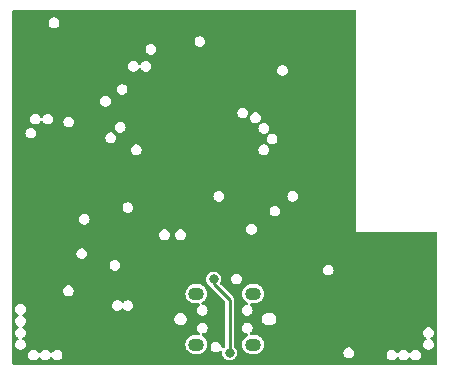
<source format=gbr>
%TF.GenerationSoftware,KiCad,Pcbnew,7.0.7*%
%TF.CreationDate,2023-11-09T15:37:00-05:00*%
%TF.ProjectId,Occupancy_Sensor-A,4f636375-7061-46e6-9379-5f53656e736f,rev?*%
%TF.SameCoordinates,Original*%
%TF.FileFunction,Copper,L2,Inr*%
%TF.FilePolarity,Positive*%
%FSLAX46Y46*%
G04 Gerber Fmt 4.6, Leading zero omitted, Abs format (unit mm)*
G04 Created by KiCad (PCBNEW 7.0.7) date 2023-11-09 15:37:00*
%MOMM*%
%LPD*%
G01*
G04 APERTURE LIST*
%TA.AperFunction,ComponentPad*%
%ADD10O,1.350000X1.100000*%
%TD*%
%TA.AperFunction,ViaPad*%
%ADD11C,0.800000*%
%TD*%
%TA.AperFunction,Conductor*%
%ADD12C,0.250000*%
%TD*%
G04 APERTURE END LIST*
D10*
%TO.N,unconnected-(J4-SHIELD-PadS1)*%
%TO.C,J4*%
X145600000Y-124000000D03*
X145600000Y-128300000D03*
X150400000Y-124000000D03*
X150400000Y-128300000D03*
%TD*%
D11*
%TO.N,GND*%
X165000000Y-119400000D03*
X161800000Y-119400000D03*
X150600000Y-122200000D03*
%TO.N,Net-(U3-D+_in)*%
X148400000Y-129000000D03*
X147049598Y-122775000D03*
%TO.N,GND*%
X153000000Y-112300000D03*
X154900000Y-104300000D03*
X156700000Y-101500000D03*
X158700000Y-111400000D03*
X133700000Y-120200000D03*
X134250000Y-116300000D03*
X153400000Y-119000000D03*
X134800000Y-107900000D03*
X144500000Y-120250000D03*
X131550000Y-111800000D03*
X155750000Y-119500000D03*
X141000000Y-115600000D03*
X152700000Y-101000000D03*
X133800000Y-110850000D03*
X159200000Y-119400000D03*
X155700000Y-114900000D03*
X158700000Y-109400000D03*
X138700000Y-103800000D03*
X165000000Y-121100000D03*
X159200000Y-121100000D03*
X133600000Y-104200000D03*
X154800000Y-108600000D03*
X143750000Y-123750000D03*
X150250000Y-117000000D03*
X137950000Y-117900000D03*
X158700000Y-107400000D03*
X153800000Y-113700000D03*
X133600000Y-102900000D03*
X158700000Y-101500000D03*
X155700000Y-111800000D03*
X141600000Y-122000000D03*
X144000000Y-108500000D03*
X154000000Y-122750000D03*
X156600000Y-109400000D03*
X155750000Y-117750000D03*
X158700000Y-105400000D03*
X156400000Y-105400000D03*
X158700000Y-113400000D03*
X152750000Y-109750000D03*
X158700000Y-115400000D03*
X157500000Y-123000000D03*
X165000000Y-124100000D03*
X145000000Y-108500000D03*
X146000000Y-108500000D03*
X132300000Y-122000000D03*
X161750000Y-125900000D03*
X149200000Y-104000000D03*
%TD*%
D12*
%TO.N,Net-(U3-D+_in)*%
X148400000Y-124500000D02*
X148400000Y-129000000D01*
X147049598Y-123149598D02*
X148400000Y-124500000D01*
X147049598Y-122775000D02*
X147049598Y-123149598D01*
%TD*%
%TA.AperFunction,Conductor*%
%TO.N,GND*%
G36*
X159093039Y-100020185D02*
G01*
X159138794Y-100072989D01*
X159150000Y-100124500D01*
X159150000Y-118750000D01*
X165875500Y-118750000D01*
X165942539Y-118769685D01*
X165988294Y-118822489D01*
X165999500Y-118874000D01*
X165999500Y-129875500D01*
X165979815Y-129942539D01*
X165927011Y-129988294D01*
X165875500Y-129999500D01*
X130124500Y-129999500D01*
X130057461Y-129979815D01*
X130011706Y-129927011D01*
X130000500Y-129875500D01*
X130000500Y-129200000D01*
X131344867Y-129200000D01*
X131363302Y-129328225D01*
X131402477Y-129414004D01*
X131417118Y-129446063D01*
X131501951Y-129543967D01*
X131610931Y-129614004D01*
X131735225Y-129650499D01*
X131735227Y-129650500D01*
X131735228Y-129650500D01*
X131864773Y-129650500D01*
X131864773Y-129650499D01*
X131989069Y-129614004D01*
X132098049Y-129543967D01*
X132182882Y-129446063D01*
X132187204Y-129436598D01*
X132232955Y-129383795D01*
X132299993Y-129364107D01*
X132367034Y-129383789D01*
X132412791Y-129436590D01*
X132417116Y-129446060D01*
X132417117Y-129446061D01*
X132417118Y-129446063D01*
X132501951Y-129543967D01*
X132610931Y-129614004D01*
X132735225Y-129650499D01*
X132735227Y-129650500D01*
X132735228Y-129650500D01*
X132864773Y-129650500D01*
X132864773Y-129650499D01*
X132989069Y-129614004D01*
X133098049Y-129543967D01*
X133182882Y-129446063D01*
X133187205Y-129436595D01*
X133232961Y-129383791D01*
X133300000Y-129364107D01*
X133367040Y-129383792D01*
X133412794Y-129436595D01*
X133417118Y-129446063D01*
X133501951Y-129543967D01*
X133610931Y-129614004D01*
X133735225Y-129650499D01*
X133735227Y-129650500D01*
X133735228Y-129650500D01*
X133864773Y-129650500D01*
X133864773Y-129650499D01*
X133989069Y-129614004D01*
X134098049Y-129543967D01*
X134182882Y-129446063D01*
X134236697Y-129328226D01*
X134255133Y-129200000D01*
X134236697Y-129071774D01*
X134182882Y-128953937D01*
X134098049Y-128856033D01*
X133989069Y-128785996D01*
X133989065Y-128785994D01*
X133989064Y-128785994D01*
X133864774Y-128749500D01*
X133864772Y-128749500D01*
X133735228Y-128749500D01*
X133735226Y-128749500D01*
X133610935Y-128785994D01*
X133610932Y-128785995D01*
X133610931Y-128785996D01*
X133585621Y-128802262D01*
X133501950Y-128856033D01*
X133417118Y-128953937D01*
X133417116Y-128953940D01*
X133412793Y-128963406D01*
X133367037Y-129016209D01*
X133299997Y-129035892D01*
X133232958Y-129016206D01*
X133187207Y-128963406D01*
X133184531Y-128957548D01*
X133182882Y-128953937D01*
X133098049Y-128856033D01*
X132989069Y-128785996D01*
X132989065Y-128785994D01*
X132989064Y-128785994D01*
X132864774Y-128749500D01*
X132864772Y-128749500D01*
X132735228Y-128749500D01*
X132735226Y-128749500D01*
X132610935Y-128785994D01*
X132610932Y-128785995D01*
X132610931Y-128785996D01*
X132585621Y-128802262D01*
X132501950Y-128856033D01*
X132417118Y-128953937D01*
X132417116Y-128953940D01*
X132412793Y-128963406D01*
X132367037Y-129016209D01*
X132299997Y-129035892D01*
X132232958Y-129016206D01*
X132187207Y-128963406D01*
X132184531Y-128957548D01*
X132182882Y-128953937D01*
X132098049Y-128856033D01*
X131989069Y-128785996D01*
X131989065Y-128785994D01*
X131989064Y-128785994D01*
X131864774Y-128749500D01*
X131864772Y-128749500D01*
X131735228Y-128749500D01*
X131735226Y-128749500D01*
X131610935Y-128785994D01*
X131610932Y-128785995D01*
X131610931Y-128785996D01*
X131585621Y-128802262D01*
X131501950Y-128856033D01*
X131417118Y-128953937D01*
X131417117Y-128953938D01*
X131363302Y-129071774D01*
X131344867Y-129200000D01*
X130000500Y-129200000D01*
X130000500Y-128334137D01*
X130010042Y-128301640D01*
X130007514Y-128296104D01*
X130241486Y-128296104D01*
X130243477Y-128299202D01*
X130247238Y-128316490D01*
X130263302Y-128428225D01*
X130296361Y-128500612D01*
X130317118Y-128546063D01*
X130401951Y-128643967D01*
X130510931Y-128714004D01*
X130635225Y-128750499D01*
X130635227Y-128750500D01*
X130635228Y-128750500D01*
X130764773Y-128750500D01*
X130764773Y-128750499D01*
X130889069Y-128714004D01*
X130998049Y-128643967D01*
X131082882Y-128546063D01*
X131136697Y-128428226D01*
X131155133Y-128300003D01*
X144669435Y-128300003D01*
X144689630Y-128479249D01*
X144689631Y-128479254D01*
X144749211Y-128649523D01*
X144809871Y-128746062D01*
X144845184Y-128802262D01*
X144972738Y-128929816D01*
X145011128Y-128953938D01*
X145110231Y-129016209D01*
X145125478Y-129025789D01*
X145154351Y-129035892D01*
X145295745Y-129085368D01*
X145295750Y-129085369D01*
X145386246Y-129095565D01*
X145430040Y-129100499D01*
X145430043Y-129100500D01*
X145430046Y-129100500D01*
X145769957Y-129100500D01*
X145769958Y-129100499D01*
X145837104Y-129092934D01*
X145904249Y-129085369D01*
X145904252Y-129085368D01*
X145904255Y-129085368D01*
X146074522Y-129025789D01*
X146227262Y-128929816D01*
X146354816Y-128802262D01*
X146450789Y-128649522D01*
X146510368Y-128479255D01*
X146510866Y-128474835D01*
X146530565Y-128300003D01*
X146530565Y-128299996D01*
X146510369Y-128120750D01*
X146510368Y-128120745D01*
X146485438Y-128049500D01*
X146450789Y-127950478D01*
X146421783Y-127904316D01*
X146387340Y-127849500D01*
X146354816Y-127797738D01*
X146227262Y-127670184D01*
X146082930Y-127579494D01*
X146036639Y-127527159D01*
X146025991Y-127458105D01*
X146054366Y-127394257D01*
X146112756Y-127355885D01*
X146148902Y-127350500D01*
X146164773Y-127350500D01*
X146164773Y-127350499D01*
X146289069Y-127314004D01*
X146398049Y-127243967D01*
X146482882Y-127146063D01*
X146536697Y-127028226D01*
X146555133Y-126900000D01*
X146536697Y-126771774D01*
X146482882Y-126653937D01*
X146398049Y-126556033D01*
X146289069Y-126485996D01*
X146289065Y-126485994D01*
X146289064Y-126485994D01*
X146164774Y-126449500D01*
X146164772Y-126449500D01*
X146035228Y-126449500D01*
X146035226Y-126449500D01*
X145910935Y-126485994D01*
X145910932Y-126485995D01*
X145910931Y-126485996D01*
X145859677Y-126518934D01*
X145801950Y-126556033D01*
X145717118Y-126653937D01*
X145717117Y-126653938D01*
X145663302Y-126771774D01*
X145644867Y-126900000D01*
X145663302Y-127028225D01*
X145675045Y-127053937D01*
X145717118Y-127146063D01*
X145801951Y-127243967D01*
X145844668Y-127271420D01*
X145890423Y-127324223D01*
X145900367Y-127393381D01*
X145871342Y-127456937D01*
X145812565Y-127494712D01*
X145773433Y-127499225D01*
X145773433Y-127499500D01*
X145771050Y-127499500D01*
X145770695Y-127499541D01*
X145769963Y-127499500D01*
X145769954Y-127499500D01*
X145430046Y-127499500D01*
X145430039Y-127499500D01*
X145295750Y-127514630D01*
X145295745Y-127514631D01*
X145125476Y-127574211D01*
X144972737Y-127670184D01*
X144845184Y-127797737D01*
X144749211Y-127950476D01*
X144689631Y-128120745D01*
X144689630Y-128120750D01*
X144669435Y-128299996D01*
X144669435Y-128300003D01*
X131155133Y-128300003D01*
X131155133Y-128300000D01*
X131136697Y-128171774D01*
X131082882Y-128053937D01*
X130998049Y-127956033D01*
X130917572Y-127904313D01*
X130871819Y-127851512D01*
X130861875Y-127782354D01*
X130890899Y-127718798D01*
X130917569Y-127695687D01*
X130998049Y-127643967D01*
X131082882Y-127546063D01*
X131136697Y-127428226D01*
X131155133Y-127300000D01*
X131136697Y-127171774D01*
X131082882Y-127053937D01*
X130998049Y-126956033D01*
X130917572Y-126904313D01*
X130871819Y-126851512D01*
X130861875Y-126782354D01*
X130890899Y-126718798D01*
X130917569Y-126695687D01*
X130998049Y-126643967D01*
X131082882Y-126546063D01*
X131136697Y-126428226D01*
X131155133Y-126300000D01*
X131144120Y-126223401D01*
X143739500Y-126223401D01*
X143780855Y-126364247D01*
X143780856Y-126364248D01*
X143780857Y-126364250D01*
X143860222Y-126487744D01*
X143971164Y-126583877D01*
X144012453Y-126602733D01*
X144104692Y-126644858D01*
X144104695Y-126644858D01*
X144104696Y-126644859D01*
X144213484Y-126660500D01*
X144213487Y-126660500D01*
X144286513Y-126660500D01*
X144286516Y-126660500D01*
X144395304Y-126644859D01*
X144395305Y-126644858D01*
X144395307Y-126644858D01*
X144436593Y-126626002D01*
X144528836Y-126583877D01*
X144639778Y-126487744D01*
X144719143Y-126364250D01*
X144760500Y-126223399D01*
X144760500Y-126076601D01*
X144719143Y-125935750D01*
X144639778Y-125812256D01*
X144528836Y-125716123D01*
X144528832Y-125716121D01*
X144395307Y-125655141D01*
X144395302Y-125655140D01*
X144286516Y-125639500D01*
X144213484Y-125639500D01*
X144213483Y-125639500D01*
X144104697Y-125655140D01*
X144104692Y-125655141D01*
X143971167Y-125716121D01*
X143971162Y-125716124D01*
X143860223Y-125812254D01*
X143860220Y-125812258D01*
X143780856Y-125935751D01*
X143780855Y-125935752D01*
X143739500Y-126076598D01*
X143739500Y-126223401D01*
X131144120Y-126223401D01*
X131136697Y-126171774D01*
X131082882Y-126053937D01*
X130998049Y-125956033D01*
X130917572Y-125904313D01*
X130871819Y-125851512D01*
X130861875Y-125782354D01*
X130890899Y-125718798D01*
X130917569Y-125695687D01*
X130998049Y-125643967D01*
X131082882Y-125546063D01*
X131136697Y-125428226D01*
X131155133Y-125300000D01*
X131136697Y-125171774D01*
X131082882Y-125053937D01*
X131036146Y-125000000D01*
X138444867Y-125000000D01*
X138463302Y-125128225D01*
X138475045Y-125153937D01*
X138517118Y-125246063D01*
X138601951Y-125343967D01*
X138710931Y-125414004D01*
X138759368Y-125428226D01*
X138835225Y-125450499D01*
X138835227Y-125450500D01*
X138835228Y-125450500D01*
X138964773Y-125450500D01*
X138964773Y-125450499D01*
X139089069Y-125414004D01*
X139198049Y-125343967D01*
X139236838Y-125299202D01*
X139256286Y-125276757D01*
X139315063Y-125238981D01*
X139384933Y-125238980D01*
X139443710Y-125276753D01*
X139443713Y-125276756D01*
X139443714Y-125276757D01*
X139501948Y-125343965D01*
X139501950Y-125343966D01*
X139501951Y-125343967D01*
X139610931Y-125414004D01*
X139659368Y-125428226D01*
X139735225Y-125450499D01*
X139735227Y-125450500D01*
X139735228Y-125450500D01*
X139864773Y-125450500D01*
X139864773Y-125450499D01*
X139989069Y-125414004D01*
X140098049Y-125343967D01*
X140182882Y-125246063D01*
X140236697Y-125128226D01*
X140255133Y-125000000D01*
X140236697Y-124871774D01*
X140182882Y-124753937D01*
X140098049Y-124656033D01*
X139989069Y-124585996D01*
X139989065Y-124585994D01*
X139989064Y-124585994D01*
X139864774Y-124549500D01*
X139864772Y-124549500D01*
X139735228Y-124549500D01*
X139735226Y-124549500D01*
X139610935Y-124585994D01*
X139610932Y-124585995D01*
X139610931Y-124585996D01*
X139559677Y-124618934D01*
X139501950Y-124656033D01*
X139443714Y-124723243D01*
X139384936Y-124761018D01*
X139315066Y-124761018D01*
X139256288Y-124723244D01*
X139256286Y-124723243D01*
X139198049Y-124656033D01*
X139157254Y-124629816D01*
X139089069Y-124585996D01*
X139089065Y-124585994D01*
X139089064Y-124585994D01*
X138964774Y-124549500D01*
X138964772Y-124549500D01*
X138835228Y-124549500D01*
X138835226Y-124549500D01*
X138710935Y-124585994D01*
X138710932Y-124585995D01*
X138710931Y-124585996D01*
X138659677Y-124618934D01*
X138601950Y-124656033D01*
X138517118Y-124753937D01*
X138517117Y-124753938D01*
X138463302Y-124871774D01*
X138444867Y-125000000D01*
X131036146Y-125000000D01*
X130998049Y-124956033D01*
X130889069Y-124885996D01*
X130889065Y-124885994D01*
X130889064Y-124885994D01*
X130764774Y-124849500D01*
X130764772Y-124849500D01*
X130635228Y-124849500D01*
X130635226Y-124849500D01*
X130510935Y-124885994D01*
X130510932Y-124885995D01*
X130510931Y-124885996D01*
X130480204Y-124905743D01*
X130401950Y-124956033D01*
X130317118Y-125053937D01*
X130317117Y-125053938D01*
X130263302Y-125171774D01*
X130247238Y-125283509D01*
X130241486Y-125296104D01*
X130243477Y-125299202D01*
X130247238Y-125316490D01*
X130263302Y-125428225D01*
X130308972Y-125528226D01*
X130317118Y-125546063D01*
X130401951Y-125643967D01*
X130482425Y-125695684D01*
X130528180Y-125748488D01*
X130538124Y-125817647D01*
X130509099Y-125881202D01*
X130482426Y-125904314D01*
X130453698Y-125922776D01*
X130401950Y-125956033D01*
X130317118Y-126053937D01*
X130317117Y-126053938D01*
X130263302Y-126171774D01*
X130247238Y-126283509D01*
X130241486Y-126296104D01*
X130243477Y-126299202D01*
X130247238Y-126316490D01*
X130263302Y-126428225D01*
X130317117Y-126546061D01*
X130317118Y-126546063D01*
X130401951Y-126643967D01*
X130482425Y-126695684D01*
X130528180Y-126748488D01*
X130538124Y-126817647D01*
X130509099Y-126881202D01*
X130482426Y-126904314D01*
X130453698Y-126922776D01*
X130401950Y-126956033D01*
X130317118Y-127053937D01*
X130317117Y-127053938D01*
X130263302Y-127171774D01*
X130247238Y-127283509D01*
X130241486Y-127296104D01*
X130243477Y-127299202D01*
X130247238Y-127316490D01*
X130263302Y-127428225D01*
X130295853Y-127499500D01*
X130317118Y-127546063D01*
X130401951Y-127643967D01*
X130482425Y-127695684D01*
X130528180Y-127748488D01*
X130538124Y-127817647D01*
X130509099Y-127881202D01*
X130482426Y-127904314D01*
X130453698Y-127922776D01*
X130401950Y-127956033D01*
X130317118Y-128053937D01*
X130317117Y-128053938D01*
X130263302Y-128171774D01*
X130247238Y-128283509D01*
X130241486Y-128296104D01*
X130007514Y-128296104D01*
X130001762Y-128283509D01*
X130000500Y-128265862D01*
X130000500Y-127334137D01*
X130010042Y-127301640D01*
X130001762Y-127283509D01*
X130000500Y-127265862D01*
X130000500Y-126334137D01*
X130010042Y-126301640D01*
X130001762Y-126283509D01*
X130000500Y-126265862D01*
X130000500Y-125334137D01*
X130010042Y-125301640D01*
X130001762Y-125283509D01*
X130000500Y-125265862D01*
X130000500Y-123750000D01*
X134294867Y-123750000D01*
X134313302Y-123878225D01*
X134367117Y-123996061D01*
X134367118Y-123996063D01*
X134451951Y-124093967D01*
X134560931Y-124164004D01*
X134685225Y-124200499D01*
X134685227Y-124200500D01*
X134685228Y-124200500D01*
X134814773Y-124200500D01*
X134814773Y-124200499D01*
X134939069Y-124164004D01*
X135048049Y-124093967D01*
X135129468Y-124000003D01*
X144669435Y-124000003D01*
X144689630Y-124179249D01*
X144689631Y-124179254D01*
X144749211Y-124349523D01*
X144831514Y-124480507D01*
X144845184Y-124502262D01*
X144972738Y-124629816D01*
X145013673Y-124655537D01*
X145121427Y-124723244D01*
X145125478Y-124725789D01*
X145226157Y-124761018D01*
X145295745Y-124785368D01*
X145295750Y-124785369D01*
X145386246Y-124795565D01*
X145430040Y-124800499D01*
X145430043Y-124800500D01*
X145430046Y-124800500D01*
X145769955Y-124800500D01*
X145770666Y-124800460D01*
X145770837Y-124800500D01*
X145773433Y-124800500D01*
X145773433Y-124801106D01*
X145838705Y-124816349D01*
X145887353Y-124866500D01*
X145901164Y-124934991D01*
X145875754Y-125000076D01*
X145844669Y-125028579D01*
X145801951Y-125056032D01*
X145717118Y-125153937D01*
X145717117Y-125153938D01*
X145663302Y-125271774D01*
X145644867Y-125400000D01*
X145663302Y-125528225D01*
X145671449Y-125546063D01*
X145717118Y-125646063D01*
X145801951Y-125743967D01*
X145910931Y-125814004D01*
X146035225Y-125850499D01*
X146035227Y-125850500D01*
X146035228Y-125850500D01*
X146164773Y-125850500D01*
X146164773Y-125850499D01*
X146289069Y-125814004D01*
X146398049Y-125743967D01*
X146482882Y-125646063D01*
X146536697Y-125528226D01*
X146555133Y-125400000D01*
X146536697Y-125271774D01*
X146482882Y-125153937D01*
X146398049Y-125056033D01*
X146289069Y-124985996D01*
X146289065Y-124985994D01*
X146289064Y-124985994D01*
X146164774Y-124949500D01*
X146164772Y-124949500D01*
X146148902Y-124949500D01*
X146081863Y-124929815D01*
X146036108Y-124877011D01*
X146026164Y-124807853D01*
X146055189Y-124744297D01*
X146082930Y-124720506D01*
X146104585Y-124706899D01*
X146227262Y-124629816D01*
X146354816Y-124502262D01*
X146450789Y-124349522D01*
X146510368Y-124179255D01*
X146510369Y-124179249D01*
X146530565Y-124000003D01*
X146530565Y-123999996D01*
X146510369Y-123820750D01*
X146510368Y-123820745D01*
X146450788Y-123650476D01*
X146411582Y-123588080D01*
X146354816Y-123497738D01*
X146227262Y-123370184D01*
X146177374Y-123338837D01*
X146074523Y-123274211D01*
X145904254Y-123214631D01*
X145904249Y-123214630D01*
X145769960Y-123199500D01*
X145769954Y-123199500D01*
X145430046Y-123199500D01*
X145430039Y-123199500D01*
X145295750Y-123214630D01*
X145295745Y-123214631D01*
X145125476Y-123274211D01*
X144972737Y-123370184D01*
X144845184Y-123497737D01*
X144749211Y-123650476D01*
X144689631Y-123820745D01*
X144689630Y-123820750D01*
X144669435Y-123999996D01*
X144669435Y-124000003D01*
X135129468Y-124000003D01*
X135132882Y-123996063D01*
X135186697Y-123878226D01*
X135205133Y-123750000D01*
X135186697Y-123621774D01*
X135132882Y-123503937D01*
X135048049Y-123406033D01*
X134939069Y-123335996D01*
X134939065Y-123335994D01*
X134939064Y-123335994D01*
X134814774Y-123299500D01*
X134814772Y-123299500D01*
X134685228Y-123299500D01*
X134685226Y-123299500D01*
X134560935Y-123335994D01*
X134560932Y-123335995D01*
X134560931Y-123335996D01*
X134519777Y-123362444D01*
X134451950Y-123406033D01*
X134367118Y-123503937D01*
X134367117Y-123503938D01*
X134313302Y-123621774D01*
X134294867Y-123750000D01*
X130000500Y-123750000D01*
X130000500Y-122775000D01*
X146394320Y-122775000D01*
X146413360Y-122931818D01*
X146469378Y-123079522D01*
X146469378Y-123079523D01*
X146559115Y-123209530D01*
X146677358Y-123314283D01*
X146677360Y-123314284D01*
X146677361Y-123314285D01*
X146688195Y-123319971D01*
X146732816Y-123363145D01*
X146733799Y-123362444D01*
X146737613Y-123367786D01*
X146738408Y-123368555D01*
X146739102Y-123369871D01*
X146744340Y-123377207D01*
X146749180Y-123383425D01*
X146789568Y-123420606D01*
X147988181Y-124619218D01*
X148021666Y-124680541D01*
X148024500Y-124706899D01*
X148024500Y-128407796D01*
X148004815Y-128474835D01*
X147982726Y-128500612D01*
X147908794Y-128566109D01*
X147845561Y-128595830D01*
X147776298Y-128586646D01*
X147722995Y-128541473D01*
X147703830Y-128490940D01*
X147694813Y-128428226D01*
X147686697Y-128371774D01*
X147632882Y-128253937D01*
X147548049Y-128156033D01*
X147439069Y-128085996D01*
X147439065Y-128085994D01*
X147439064Y-128085994D01*
X147314774Y-128049500D01*
X147314772Y-128049500D01*
X147185228Y-128049500D01*
X147185226Y-128049500D01*
X147060935Y-128085994D01*
X147060932Y-128085995D01*
X147060931Y-128085996D01*
X147009677Y-128118934D01*
X146951950Y-128156033D01*
X146867118Y-128253937D01*
X146867117Y-128253938D01*
X146813302Y-128371774D01*
X146794867Y-128500000D01*
X146813302Y-128628225D01*
X146823029Y-128649523D01*
X146867118Y-128746063D01*
X146951951Y-128843967D01*
X147060931Y-128914004D01*
X147147683Y-128939476D01*
X147185225Y-128950499D01*
X147185227Y-128950500D01*
X147185228Y-128950500D01*
X147314773Y-128950500D01*
X147314773Y-128950499D01*
X147439069Y-128914004D01*
X147548049Y-128843967D01*
X147548049Y-128843966D01*
X147555510Y-128839172D01*
X147556627Y-128840910D01*
X147609493Y-128816759D01*
X147678652Y-128826692D01*
X147731463Y-128872440D01*
X147751157Y-128939476D01*
X147750253Y-128954438D01*
X147744722Y-128999996D01*
X147744722Y-129000000D01*
X147763762Y-129156818D01*
X147797609Y-129246063D01*
X147819780Y-129304523D01*
X147909517Y-129434530D01*
X148027760Y-129539283D01*
X148027762Y-129539284D01*
X148167634Y-129612696D01*
X148321014Y-129650500D01*
X148321015Y-129650500D01*
X148478985Y-129650500D01*
X148632365Y-129612696D01*
X148632364Y-129612695D01*
X148772240Y-129539283D01*
X148890483Y-129434530D01*
X148980220Y-129304523D01*
X149036237Y-129156818D01*
X149055278Y-129000000D01*
X149044837Y-128914005D01*
X149036237Y-128843181D01*
X149000708Y-128749500D01*
X148980220Y-128695477D01*
X148890483Y-128565470D01*
X148890481Y-128565468D01*
X148817273Y-128500611D01*
X148780146Y-128441422D01*
X148775500Y-128407796D01*
X148775500Y-126900000D01*
X149444867Y-126900000D01*
X149463302Y-127028225D01*
X149475045Y-127053937D01*
X149517118Y-127146063D01*
X149601951Y-127243967D01*
X149710931Y-127314004D01*
X149835225Y-127350499D01*
X149835227Y-127350500D01*
X149851098Y-127350500D01*
X149918137Y-127370185D01*
X149963892Y-127422989D01*
X149973836Y-127492147D01*
X149944811Y-127555703D01*
X149917070Y-127579494D01*
X149772737Y-127670184D01*
X149645184Y-127797737D01*
X149549211Y-127950476D01*
X149489631Y-128120745D01*
X149489630Y-128120750D01*
X149469435Y-128299996D01*
X149469435Y-128300003D01*
X149489630Y-128479249D01*
X149489631Y-128479254D01*
X149549211Y-128649523D01*
X149609871Y-128746062D01*
X149645184Y-128802262D01*
X149772738Y-128929816D01*
X149811128Y-128953938D01*
X149910231Y-129016209D01*
X149925478Y-129025789D01*
X149954351Y-129035892D01*
X150095745Y-129085368D01*
X150095750Y-129085369D01*
X150186246Y-129095565D01*
X150230040Y-129100499D01*
X150230043Y-129100500D01*
X150230046Y-129100500D01*
X150569957Y-129100500D01*
X150569958Y-129100499D01*
X150637104Y-129092934D01*
X150704249Y-129085369D01*
X150704252Y-129085368D01*
X150704255Y-129085368D01*
X150874522Y-129025789D01*
X150915565Y-129000000D01*
X158044867Y-129000000D01*
X158063302Y-129128225D01*
X158096081Y-129200000D01*
X158117118Y-129246063D01*
X158201951Y-129343967D01*
X158310931Y-129414004D01*
X158420117Y-129446063D01*
X158435225Y-129450499D01*
X158435227Y-129450500D01*
X158435228Y-129450500D01*
X158564773Y-129450500D01*
X158564773Y-129450499D01*
X158689069Y-129414004D01*
X158798049Y-129343967D01*
X158882882Y-129246063D01*
X158903919Y-129200000D01*
X161694867Y-129200000D01*
X161713302Y-129328225D01*
X161752477Y-129414004D01*
X161767118Y-129446063D01*
X161851951Y-129543967D01*
X161960931Y-129614004D01*
X162085225Y-129650499D01*
X162085227Y-129650500D01*
X162085228Y-129650500D01*
X162214773Y-129650500D01*
X162214773Y-129650499D01*
X162339069Y-129614004D01*
X162448049Y-129543967D01*
X162532882Y-129446063D01*
X162537205Y-129436595D01*
X162582961Y-129383791D01*
X162650000Y-129364107D01*
X162717040Y-129383792D01*
X162762794Y-129436595D01*
X162767118Y-129446063D01*
X162851951Y-129543967D01*
X162960931Y-129614004D01*
X163085225Y-129650499D01*
X163085227Y-129650500D01*
X163085228Y-129650500D01*
X163214773Y-129650500D01*
X163214773Y-129650499D01*
X163339069Y-129614004D01*
X163448049Y-129543967D01*
X163532882Y-129446063D01*
X163537205Y-129436595D01*
X163582961Y-129383791D01*
X163650000Y-129364107D01*
X163717040Y-129383792D01*
X163762794Y-129436595D01*
X163767118Y-129446063D01*
X163851951Y-129543967D01*
X163960931Y-129614004D01*
X164085225Y-129650499D01*
X164085227Y-129650500D01*
X164085228Y-129650500D01*
X164214773Y-129650500D01*
X164214773Y-129650499D01*
X164339069Y-129614004D01*
X164448049Y-129543967D01*
X164532882Y-129446063D01*
X164586697Y-129328226D01*
X164605133Y-129200000D01*
X164586697Y-129071774D01*
X164532882Y-128953937D01*
X164448049Y-128856033D01*
X164339069Y-128785996D01*
X164339065Y-128785994D01*
X164339064Y-128785994D01*
X164214774Y-128749500D01*
X164214772Y-128749500D01*
X164085228Y-128749500D01*
X164085226Y-128749500D01*
X163960935Y-128785994D01*
X163960932Y-128785995D01*
X163960931Y-128785996D01*
X163935621Y-128802262D01*
X163851950Y-128856033D01*
X163767118Y-128953937D01*
X163767116Y-128953940D01*
X163762793Y-128963406D01*
X163717037Y-129016209D01*
X163649997Y-129035892D01*
X163582958Y-129016206D01*
X163537207Y-128963406D01*
X163534531Y-128957548D01*
X163532882Y-128953937D01*
X163448049Y-128856033D01*
X163339069Y-128785996D01*
X163339065Y-128785994D01*
X163339064Y-128785994D01*
X163214774Y-128749500D01*
X163214772Y-128749500D01*
X163085228Y-128749500D01*
X163085226Y-128749500D01*
X162960935Y-128785994D01*
X162960932Y-128785995D01*
X162960931Y-128785996D01*
X162935621Y-128802262D01*
X162851950Y-128856033D01*
X162767118Y-128953937D01*
X162767116Y-128953940D01*
X162762793Y-128963406D01*
X162717037Y-129016209D01*
X162649997Y-129035892D01*
X162582958Y-129016206D01*
X162537207Y-128963406D01*
X162534531Y-128957548D01*
X162532882Y-128953937D01*
X162448049Y-128856033D01*
X162339069Y-128785996D01*
X162339065Y-128785994D01*
X162339064Y-128785994D01*
X162214774Y-128749500D01*
X162214772Y-128749500D01*
X162085228Y-128749500D01*
X162085226Y-128749500D01*
X161960935Y-128785994D01*
X161960932Y-128785995D01*
X161960931Y-128785996D01*
X161935621Y-128802262D01*
X161851950Y-128856033D01*
X161767118Y-128953937D01*
X161767117Y-128953938D01*
X161713302Y-129071774D01*
X161694867Y-129200000D01*
X158903919Y-129200000D01*
X158936697Y-129128226D01*
X158955133Y-129000000D01*
X158936697Y-128871774D01*
X158882882Y-128753937D01*
X158798049Y-128656033D01*
X158689069Y-128585996D01*
X158689065Y-128585994D01*
X158689064Y-128585994D01*
X158564774Y-128549500D01*
X158564772Y-128549500D01*
X158435228Y-128549500D01*
X158435226Y-128549500D01*
X158310935Y-128585994D01*
X158310932Y-128585995D01*
X158310931Y-128585996D01*
X158259677Y-128618934D01*
X158201950Y-128656033D01*
X158117118Y-128753937D01*
X158117117Y-128753938D01*
X158063302Y-128871774D01*
X158044867Y-129000000D01*
X150915565Y-129000000D01*
X151027262Y-128929816D01*
X151154816Y-128802262D01*
X151250789Y-128649522D01*
X151310368Y-128479255D01*
X151310866Y-128474835D01*
X151330565Y-128300003D01*
X151330565Y-128300000D01*
X164794867Y-128300000D01*
X164813302Y-128428225D01*
X164846361Y-128500612D01*
X164867118Y-128546063D01*
X164951951Y-128643967D01*
X165060931Y-128714004D01*
X165185225Y-128750499D01*
X165185227Y-128750500D01*
X165185228Y-128750500D01*
X165314773Y-128750500D01*
X165314773Y-128750499D01*
X165439069Y-128714004D01*
X165548049Y-128643967D01*
X165632882Y-128546063D01*
X165686697Y-128428226D01*
X165705133Y-128300000D01*
X165686697Y-128171774D01*
X165632882Y-128053937D01*
X165548049Y-127956033D01*
X165467572Y-127904313D01*
X165421819Y-127851512D01*
X165411875Y-127782354D01*
X165440899Y-127718798D01*
X165467569Y-127695687D01*
X165548049Y-127643967D01*
X165632882Y-127546063D01*
X165686697Y-127428226D01*
X165705133Y-127300000D01*
X165686697Y-127171774D01*
X165632882Y-127053937D01*
X165548049Y-126956033D01*
X165439069Y-126885996D01*
X165439065Y-126885994D01*
X165439064Y-126885994D01*
X165314774Y-126849500D01*
X165314772Y-126849500D01*
X165185228Y-126849500D01*
X165185226Y-126849500D01*
X165060935Y-126885994D01*
X165060932Y-126885995D01*
X165060931Y-126885996D01*
X165009677Y-126918934D01*
X164951950Y-126956033D01*
X164867118Y-127053937D01*
X164867117Y-127053938D01*
X164813302Y-127171774D01*
X164794867Y-127300000D01*
X164813302Y-127428225D01*
X164845853Y-127499500D01*
X164867118Y-127546063D01*
X164951951Y-127643967D01*
X165032425Y-127695684D01*
X165078180Y-127748488D01*
X165088124Y-127817647D01*
X165059099Y-127881202D01*
X165032426Y-127904314D01*
X165003698Y-127922776D01*
X164951950Y-127956033D01*
X164867118Y-128053937D01*
X164867117Y-128053938D01*
X164813302Y-128171774D01*
X164794867Y-128300000D01*
X151330565Y-128300000D01*
X151330565Y-128299996D01*
X151310369Y-128120750D01*
X151310368Y-128120745D01*
X151285438Y-128049500D01*
X151250789Y-127950478D01*
X151221783Y-127904316D01*
X151187340Y-127849500D01*
X151154816Y-127797738D01*
X151027262Y-127670184D01*
X150985538Y-127643967D01*
X150874523Y-127574211D01*
X150704254Y-127514631D01*
X150704249Y-127514630D01*
X150569960Y-127499500D01*
X150569954Y-127499500D01*
X150230046Y-127499500D01*
X150230034Y-127499500D01*
X150229302Y-127499541D01*
X150229127Y-127499500D01*
X150226567Y-127499500D01*
X150226567Y-127498901D01*
X150161267Y-127483635D01*
X150112632Y-127433472D01*
X150098838Y-127364977D01*
X150124264Y-127299898D01*
X150155330Y-127271420D01*
X150198049Y-127243967D01*
X150282882Y-127146063D01*
X150336697Y-127028226D01*
X150355133Y-126900000D01*
X150336697Y-126771774D01*
X150282882Y-126653937D01*
X150198049Y-126556033D01*
X150089069Y-126485996D01*
X150089065Y-126485994D01*
X150089064Y-126485994D01*
X149964774Y-126449500D01*
X149964772Y-126449500D01*
X149835228Y-126449500D01*
X149835226Y-126449500D01*
X149710935Y-126485994D01*
X149710932Y-126485995D01*
X149710931Y-126485996D01*
X149659677Y-126518934D01*
X149601950Y-126556033D01*
X149517118Y-126653937D01*
X149517117Y-126653938D01*
X149463302Y-126771774D01*
X149444867Y-126900000D01*
X148775500Y-126900000D01*
X148775500Y-126223401D01*
X151139500Y-126223401D01*
X151180855Y-126364247D01*
X151180856Y-126364248D01*
X151180857Y-126364250D01*
X151260222Y-126487744D01*
X151371164Y-126583877D01*
X151412453Y-126602733D01*
X151504692Y-126644858D01*
X151504695Y-126644858D01*
X151504696Y-126644859D01*
X151613484Y-126660500D01*
X151613487Y-126660500D01*
X151886513Y-126660500D01*
X151886516Y-126660500D01*
X151995304Y-126644859D01*
X151995305Y-126644858D01*
X151995307Y-126644858D01*
X152036593Y-126626002D01*
X152128836Y-126583877D01*
X152239778Y-126487744D01*
X152319143Y-126364250D01*
X152360500Y-126223399D01*
X152360500Y-126076601D01*
X152319143Y-125935750D01*
X152239778Y-125812256D01*
X152128836Y-125716123D01*
X152128832Y-125716121D01*
X151995307Y-125655141D01*
X151995302Y-125655140D01*
X151886516Y-125639500D01*
X151613484Y-125639500D01*
X151613483Y-125639500D01*
X151504697Y-125655140D01*
X151504692Y-125655141D01*
X151371167Y-125716121D01*
X151371162Y-125716124D01*
X151260223Y-125812254D01*
X151260220Y-125812258D01*
X151180856Y-125935751D01*
X151180855Y-125935752D01*
X151139500Y-126076598D01*
X151139500Y-126223401D01*
X148775500Y-126223401D01*
X148775500Y-125400000D01*
X149444867Y-125400000D01*
X149463302Y-125528225D01*
X149471449Y-125546063D01*
X149517118Y-125646063D01*
X149601951Y-125743967D01*
X149710931Y-125814004D01*
X149835225Y-125850499D01*
X149835227Y-125850500D01*
X149835228Y-125850500D01*
X149964773Y-125850500D01*
X149964773Y-125850499D01*
X150089069Y-125814004D01*
X150198049Y-125743967D01*
X150282882Y-125646063D01*
X150336697Y-125528226D01*
X150355133Y-125400000D01*
X150336697Y-125271774D01*
X150282882Y-125153937D01*
X150198049Y-125056033D01*
X150155330Y-125028579D01*
X150109576Y-124975776D01*
X150099632Y-124906617D01*
X150128657Y-124843061D01*
X150187435Y-124805287D01*
X150226567Y-124800778D01*
X150226567Y-124800500D01*
X150228985Y-124800500D01*
X150229332Y-124800460D01*
X150230043Y-124800500D01*
X150230046Y-124800500D01*
X150569957Y-124800500D01*
X150569958Y-124800499D01*
X150637104Y-124792934D01*
X150704249Y-124785369D01*
X150704252Y-124785368D01*
X150704255Y-124785368D01*
X150874522Y-124725789D01*
X151027262Y-124629816D01*
X151154816Y-124502262D01*
X151250789Y-124349522D01*
X151310368Y-124179255D01*
X151310369Y-124179249D01*
X151330565Y-124000003D01*
X151330565Y-123999996D01*
X151310369Y-123820750D01*
X151310368Y-123820745D01*
X151250788Y-123650476D01*
X151211582Y-123588080D01*
X151154816Y-123497738D01*
X151027262Y-123370184D01*
X150977374Y-123338837D01*
X150874523Y-123274211D01*
X150704254Y-123214631D01*
X150704249Y-123214630D01*
X150569960Y-123199500D01*
X150569954Y-123199500D01*
X150230046Y-123199500D01*
X150230039Y-123199500D01*
X150095750Y-123214630D01*
X150095745Y-123214631D01*
X149925476Y-123274211D01*
X149772737Y-123370184D01*
X149645184Y-123497737D01*
X149549211Y-123650476D01*
X149489631Y-123820745D01*
X149489630Y-123820750D01*
X149469435Y-123999996D01*
X149469435Y-124000003D01*
X149489630Y-124179249D01*
X149489631Y-124179254D01*
X149549211Y-124349523D01*
X149631514Y-124480507D01*
X149645184Y-124502262D01*
X149772738Y-124629816D01*
X149813673Y-124655537D01*
X149917070Y-124720506D01*
X149963361Y-124772841D01*
X149974009Y-124841895D01*
X149945634Y-124905743D01*
X149887244Y-124944115D01*
X149851098Y-124949500D01*
X149835226Y-124949500D01*
X149710935Y-124985994D01*
X149710932Y-124985995D01*
X149710931Y-124985996D01*
X149659677Y-125018934D01*
X149601950Y-125056033D01*
X149517118Y-125153937D01*
X149517117Y-125153938D01*
X149463302Y-125271774D01*
X149444867Y-125400000D01*
X148775500Y-125400000D01*
X148775500Y-124551803D01*
X148778139Y-124526358D01*
X148778177Y-124526175D01*
X148780367Y-124515732D01*
X148778325Y-124499353D01*
X148775977Y-124480507D01*
X148775500Y-124472831D01*
X148775500Y-124468889D01*
X148775498Y-124468876D01*
X148771657Y-124445859D01*
X148764866Y-124391376D01*
X148764866Y-124391374D01*
X148764864Y-124391370D01*
X148762622Y-124383840D01*
X148760065Y-124376392D01*
X148760065Y-124376390D01*
X148733944Y-124328122D01*
X148709826Y-124278789D01*
X148709824Y-124278787D01*
X148709824Y-124278786D01*
X148705276Y-124272416D01*
X148700420Y-124266176D01*
X148700419Y-124266174D01*
X148660029Y-124228992D01*
X147653287Y-123222249D01*
X147619802Y-123160927D01*
X147624786Y-123091235D01*
X147628686Y-123082505D01*
X147629817Y-123079524D01*
X147629818Y-123079523D01*
X147685835Y-122931818D01*
X147704876Y-122775000D01*
X147701841Y-122750000D01*
X148544867Y-122750000D01*
X148563302Y-122878225D01*
X148587778Y-122931818D01*
X148617118Y-122996063D01*
X148701951Y-123093967D01*
X148810931Y-123164004D01*
X148935225Y-123200499D01*
X148935227Y-123200500D01*
X148935228Y-123200500D01*
X149064773Y-123200500D01*
X149064773Y-123200499D01*
X149189069Y-123164004D01*
X149298049Y-123093967D01*
X149382882Y-122996063D01*
X149436697Y-122878226D01*
X149455133Y-122750000D01*
X149436697Y-122621774D01*
X149382882Y-122503937D01*
X149298049Y-122406033D01*
X149189069Y-122335996D01*
X149189065Y-122335994D01*
X149189064Y-122335994D01*
X149064774Y-122299500D01*
X149064772Y-122299500D01*
X148935228Y-122299500D01*
X148935226Y-122299500D01*
X148810935Y-122335994D01*
X148810932Y-122335995D01*
X148810931Y-122335996D01*
X148759677Y-122368934D01*
X148701950Y-122406033D01*
X148617118Y-122503937D01*
X148617117Y-122503938D01*
X148563302Y-122621774D01*
X148544867Y-122750000D01*
X147701841Y-122750000D01*
X147685835Y-122618181D01*
X147642508Y-122503938D01*
X147629818Y-122470477D01*
X147540081Y-122340470D01*
X147421838Y-122235717D01*
X147421836Y-122235716D01*
X147421835Y-122235715D01*
X147281963Y-122162303D01*
X147128584Y-122124500D01*
X147128583Y-122124500D01*
X146970613Y-122124500D01*
X146970612Y-122124500D01*
X146817232Y-122162303D01*
X146677360Y-122235715D01*
X146605361Y-122299500D01*
X146564168Y-122335994D01*
X146559114Y-122340471D01*
X146469379Y-122470475D01*
X146469378Y-122470476D01*
X146413360Y-122618181D01*
X146394320Y-122774999D01*
X146394320Y-122775000D01*
X130000500Y-122775000D01*
X130000500Y-121600000D01*
X138244867Y-121600000D01*
X138263302Y-121728225D01*
X138275045Y-121753937D01*
X138317118Y-121846063D01*
X138401951Y-121943967D01*
X138510931Y-122014004D01*
X138635225Y-122050499D01*
X138635227Y-122050500D01*
X138635228Y-122050500D01*
X138764773Y-122050500D01*
X138764773Y-122050499D01*
X138889069Y-122014004D01*
X138910860Y-122000000D01*
X156294867Y-122000000D01*
X156313302Y-122128225D01*
X156328866Y-122162304D01*
X156367118Y-122246063D01*
X156451951Y-122343967D01*
X156560931Y-122414004D01*
X156685225Y-122450499D01*
X156685227Y-122450500D01*
X156685228Y-122450500D01*
X156814773Y-122450500D01*
X156814773Y-122450499D01*
X156939069Y-122414004D01*
X157048049Y-122343967D01*
X157132882Y-122246063D01*
X157186697Y-122128226D01*
X157205133Y-122000000D01*
X157186697Y-121871774D01*
X157132882Y-121753937D01*
X157048049Y-121656033D01*
X156939069Y-121585996D01*
X156939065Y-121585994D01*
X156939064Y-121585994D01*
X156814774Y-121549500D01*
X156814772Y-121549500D01*
X156685228Y-121549500D01*
X156685226Y-121549500D01*
X156560935Y-121585994D01*
X156560932Y-121585995D01*
X156560931Y-121585996D01*
X156509677Y-121618934D01*
X156451950Y-121656033D01*
X156367118Y-121753937D01*
X156367117Y-121753938D01*
X156313302Y-121871774D01*
X156294867Y-122000000D01*
X138910860Y-122000000D01*
X138998049Y-121943967D01*
X139082882Y-121846063D01*
X139136697Y-121728226D01*
X139155133Y-121600000D01*
X139136697Y-121471774D01*
X139082882Y-121353937D01*
X138998049Y-121256033D01*
X138889069Y-121185996D01*
X138889065Y-121185994D01*
X138889064Y-121185994D01*
X138764774Y-121149500D01*
X138764772Y-121149500D01*
X138635228Y-121149500D01*
X138635226Y-121149500D01*
X138510935Y-121185994D01*
X138510932Y-121185995D01*
X138510931Y-121185996D01*
X138459677Y-121218934D01*
X138401950Y-121256033D01*
X138317118Y-121353937D01*
X138317117Y-121353938D01*
X138263302Y-121471774D01*
X138244867Y-121600000D01*
X130000500Y-121600000D01*
X130000500Y-120600000D01*
X135444867Y-120600000D01*
X135463302Y-120728225D01*
X135517117Y-120846061D01*
X135517118Y-120846063D01*
X135601951Y-120943967D01*
X135710931Y-121014004D01*
X135835225Y-121050499D01*
X135835227Y-121050500D01*
X135835228Y-121050500D01*
X135964773Y-121050500D01*
X135964773Y-121050499D01*
X136089069Y-121014004D01*
X136198049Y-120943967D01*
X136282882Y-120846063D01*
X136336697Y-120728226D01*
X136355133Y-120600000D01*
X136336697Y-120471774D01*
X136282882Y-120353937D01*
X136198049Y-120256033D01*
X136089069Y-120185996D01*
X136089065Y-120185994D01*
X136089064Y-120185994D01*
X135964774Y-120149500D01*
X135964772Y-120149500D01*
X135835228Y-120149500D01*
X135835226Y-120149500D01*
X135710935Y-120185994D01*
X135710932Y-120185995D01*
X135710931Y-120185996D01*
X135659677Y-120218934D01*
X135601950Y-120256033D01*
X135517118Y-120353937D01*
X135517117Y-120353938D01*
X135463302Y-120471774D01*
X135444867Y-120600000D01*
X130000500Y-120600000D01*
X130000500Y-119000000D01*
X142444867Y-119000000D01*
X142463302Y-119128225D01*
X142517117Y-119246061D01*
X142517118Y-119246063D01*
X142601951Y-119343967D01*
X142710931Y-119414004D01*
X142835225Y-119450499D01*
X142835227Y-119450500D01*
X142835228Y-119450500D01*
X142964773Y-119450500D01*
X142964773Y-119450499D01*
X143089069Y-119414004D01*
X143198049Y-119343967D01*
X143282882Y-119246063D01*
X143336697Y-119128226D01*
X143355133Y-119000000D01*
X143794867Y-119000000D01*
X143813302Y-119128225D01*
X143867117Y-119246061D01*
X143867118Y-119246063D01*
X143951951Y-119343967D01*
X144060931Y-119414004D01*
X144185225Y-119450499D01*
X144185227Y-119450500D01*
X144185228Y-119450500D01*
X144314773Y-119450500D01*
X144314773Y-119450499D01*
X144439069Y-119414004D01*
X144548049Y-119343967D01*
X144632882Y-119246063D01*
X144686697Y-119128226D01*
X144705133Y-119000000D01*
X144686697Y-118871774D01*
X144632882Y-118753937D01*
X144548049Y-118656033D01*
X144439069Y-118585996D01*
X144439065Y-118585994D01*
X144439064Y-118585994D01*
X144316477Y-118550000D01*
X149794867Y-118550000D01*
X149813302Y-118678225D01*
X149846081Y-118750000D01*
X149867118Y-118796063D01*
X149951951Y-118893967D01*
X150060931Y-118964004D01*
X150185225Y-119000499D01*
X150185227Y-119000500D01*
X150185228Y-119000500D01*
X150314773Y-119000500D01*
X150314773Y-119000499D01*
X150439069Y-118964004D01*
X150548049Y-118893967D01*
X150632882Y-118796063D01*
X150686697Y-118678226D01*
X150705133Y-118550000D01*
X150686697Y-118421774D01*
X150632882Y-118303937D01*
X150548049Y-118206033D01*
X150439069Y-118135996D01*
X150439065Y-118135994D01*
X150439064Y-118135994D01*
X150314774Y-118099500D01*
X150314772Y-118099500D01*
X150185228Y-118099500D01*
X150185226Y-118099500D01*
X150060935Y-118135994D01*
X150060932Y-118135995D01*
X150060931Y-118135996D01*
X150009677Y-118168934D01*
X149951950Y-118206033D01*
X149867118Y-118303937D01*
X149867117Y-118303938D01*
X149813302Y-118421774D01*
X149794867Y-118550000D01*
X144316477Y-118550000D01*
X144314774Y-118549500D01*
X144314772Y-118549500D01*
X144185228Y-118549500D01*
X144185226Y-118549500D01*
X144060935Y-118585994D01*
X144060932Y-118585995D01*
X144060931Y-118585996D01*
X144009677Y-118618934D01*
X143951950Y-118656033D01*
X143867118Y-118753937D01*
X143867117Y-118753938D01*
X143813302Y-118871774D01*
X143794867Y-119000000D01*
X143355133Y-119000000D01*
X143336697Y-118871774D01*
X143282882Y-118753937D01*
X143198049Y-118656033D01*
X143089069Y-118585996D01*
X143089065Y-118585994D01*
X143089064Y-118585994D01*
X142964774Y-118549500D01*
X142964772Y-118549500D01*
X142835228Y-118549500D01*
X142835226Y-118549500D01*
X142710935Y-118585994D01*
X142710932Y-118585995D01*
X142710931Y-118585996D01*
X142659677Y-118618934D01*
X142601950Y-118656033D01*
X142517118Y-118753937D01*
X142517117Y-118753938D01*
X142463302Y-118871774D01*
X142444867Y-119000000D01*
X130000500Y-119000000D01*
X130000500Y-117700000D01*
X135644867Y-117700000D01*
X135663302Y-117828225D01*
X135717117Y-117946061D01*
X135717118Y-117946063D01*
X135801951Y-118043967D01*
X135910931Y-118114004D01*
X135985824Y-118135994D01*
X136035225Y-118150499D01*
X136035227Y-118150500D01*
X136035228Y-118150500D01*
X136164773Y-118150500D01*
X136164773Y-118150499D01*
X136289069Y-118114004D01*
X136398049Y-118043967D01*
X136482882Y-117946063D01*
X136536697Y-117828226D01*
X136555133Y-117700000D01*
X136536697Y-117571774D01*
X136482882Y-117453937D01*
X136398049Y-117356033D01*
X136289069Y-117285996D01*
X136289065Y-117285994D01*
X136289064Y-117285994D01*
X136164774Y-117249500D01*
X136164772Y-117249500D01*
X136035228Y-117249500D01*
X136035226Y-117249500D01*
X135910935Y-117285994D01*
X135910932Y-117285995D01*
X135910931Y-117285996D01*
X135859677Y-117318934D01*
X135801950Y-117356033D01*
X135717118Y-117453937D01*
X135717117Y-117453938D01*
X135663302Y-117571774D01*
X135644867Y-117700000D01*
X130000500Y-117700000D01*
X130000500Y-116700000D01*
X139344867Y-116700000D01*
X139363302Y-116828225D01*
X139383191Y-116871774D01*
X139417118Y-116946063D01*
X139501951Y-117043967D01*
X139610931Y-117114004D01*
X139659368Y-117128226D01*
X139735225Y-117150499D01*
X139735227Y-117150500D01*
X139735228Y-117150500D01*
X139864773Y-117150500D01*
X139864773Y-117150499D01*
X139989069Y-117114004D01*
X140098049Y-117043967D01*
X140136146Y-117000000D01*
X151794867Y-117000000D01*
X151813302Y-117128225D01*
X151823475Y-117150500D01*
X151867118Y-117246063D01*
X151951951Y-117343967D01*
X152060931Y-117414004D01*
X152185225Y-117450499D01*
X152185227Y-117450500D01*
X152185228Y-117450500D01*
X152314773Y-117450500D01*
X152314773Y-117450499D01*
X152439069Y-117414004D01*
X152548049Y-117343967D01*
X152632882Y-117246063D01*
X152686697Y-117128226D01*
X152705133Y-117000000D01*
X152686697Y-116871774D01*
X152632882Y-116753937D01*
X152548049Y-116656033D01*
X152439069Y-116585996D01*
X152439065Y-116585994D01*
X152439064Y-116585994D01*
X152314774Y-116549500D01*
X152314772Y-116549500D01*
X152185228Y-116549500D01*
X152185226Y-116549500D01*
X152060935Y-116585994D01*
X152060932Y-116585995D01*
X152060931Y-116585996D01*
X152009677Y-116618934D01*
X151951950Y-116656033D01*
X151867118Y-116753937D01*
X151867117Y-116753938D01*
X151813302Y-116871774D01*
X151794867Y-117000000D01*
X140136146Y-117000000D01*
X140182882Y-116946063D01*
X140236697Y-116828226D01*
X140255133Y-116700000D01*
X140236697Y-116571774D01*
X140182882Y-116453937D01*
X140098049Y-116356033D01*
X139989069Y-116285996D01*
X139989065Y-116285994D01*
X139989064Y-116285994D01*
X139864774Y-116249500D01*
X139864772Y-116249500D01*
X139735228Y-116249500D01*
X139735226Y-116249500D01*
X139610935Y-116285994D01*
X139610932Y-116285995D01*
X139610931Y-116285996D01*
X139559677Y-116318934D01*
X139501950Y-116356033D01*
X139417118Y-116453937D01*
X139417117Y-116453938D01*
X139363302Y-116571774D01*
X139344867Y-116700000D01*
X130000500Y-116700000D01*
X130000500Y-115750000D01*
X147044867Y-115750000D01*
X147063302Y-115878225D01*
X147117117Y-115996061D01*
X147117118Y-115996063D01*
X147201951Y-116093967D01*
X147310931Y-116164004D01*
X147435225Y-116200499D01*
X147435227Y-116200500D01*
X147435228Y-116200500D01*
X147564773Y-116200500D01*
X147564773Y-116200499D01*
X147689069Y-116164004D01*
X147798049Y-116093967D01*
X147882882Y-115996063D01*
X147936697Y-115878226D01*
X147955133Y-115750000D01*
X153294867Y-115750000D01*
X153313302Y-115878225D01*
X153367117Y-115996061D01*
X153367118Y-115996063D01*
X153451951Y-116093967D01*
X153560931Y-116164004D01*
X153685225Y-116200499D01*
X153685227Y-116200500D01*
X153685228Y-116200500D01*
X153814773Y-116200500D01*
X153814773Y-116200499D01*
X153939069Y-116164004D01*
X154048049Y-116093967D01*
X154132882Y-115996063D01*
X154186697Y-115878226D01*
X154205133Y-115750000D01*
X154186697Y-115621774D01*
X154132882Y-115503937D01*
X154048049Y-115406033D01*
X153939069Y-115335996D01*
X153939065Y-115335994D01*
X153939064Y-115335994D01*
X153814774Y-115299500D01*
X153814772Y-115299500D01*
X153685228Y-115299500D01*
X153685226Y-115299500D01*
X153560935Y-115335994D01*
X153560932Y-115335995D01*
X153560931Y-115335996D01*
X153509677Y-115368934D01*
X153451950Y-115406033D01*
X153367118Y-115503937D01*
X153367117Y-115503938D01*
X153313302Y-115621774D01*
X153294867Y-115750000D01*
X147955133Y-115750000D01*
X147936697Y-115621774D01*
X147882882Y-115503937D01*
X147798049Y-115406033D01*
X147689069Y-115335996D01*
X147689065Y-115335994D01*
X147689064Y-115335994D01*
X147564774Y-115299500D01*
X147564772Y-115299500D01*
X147435228Y-115299500D01*
X147435226Y-115299500D01*
X147310935Y-115335994D01*
X147310932Y-115335995D01*
X147310931Y-115335996D01*
X147259677Y-115368934D01*
X147201950Y-115406033D01*
X147117118Y-115503937D01*
X147117117Y-115503938D01*
X147063302Y-115621774D01*
X147044867Y-115750000D01*
X130000500Y-115750000D01*
X130000500Y-111800000D01*
X140044867Y-111800000D01*
X140063302Y-111928225D01*
X140117117Y-112046061D01*
X140117118Y-112046063D01*
X140201951Y-112143967D01*
X140310931Y-112214004D01*
X140435225Y-112250499D01*
X140435227Y-112250500D01*
X140435228Y-112250500D01*
X140564773Y-112250500D01*
X140564773Y-112250499D01*
X140689069Y-112214004D01*
X140798049Y-112143967D01*
X140882882Y-112046063D01*
X140936697Y-111928226D01*
X140955133Y-111800000D01*
X150844867Y-111800000D01*
X150863302Y-111928225D01*
X150917117Y-112046061D01*
X150917118Y-112046063D01*
X151001951Y-112143967D01*
X151110931Y-112214004D01*
X151235225Y-112250499D01*
X151235227Y-112250500D01*
X151235228Y-112250500D01*
X151364773Y-112250500D01*
X151364773Y-112250499D01*
X151489069Y-112214004D01*
X151598049Y-112143967D01*
X151682882Y-112046063D01*
X151736697Y-111928226D01*
X151755133Y-111800000D01*
X151736697Y-111671774D01*
X151682882Y-111553937D01*
X151617576Y-111478569D01*
X151593249Y-111425297D01*
X151588707Y-111426631D01*
X151521670Y-111406947D01*
X151489066Y-111385994D01*
X151364774Y-111349500D01*
X151364772Y-111349500D01*
X151235228Y-111349500D01*
X151235226Y-111349500D01*
X151110935Y-111385994D01*
X151110932Y-111385995D01*
X151110931Y-111385996D01*
X151078331Y-111406947D01*
X151001950Y-111456033D01*
X150917118Y-111553937D01*
X150917117Y-111553938D01*
X150863302Y-111671774D01*
X150844867Y-111800000D01*
X140955133Y-111800000D01*
X140936697Y-111671774D01*
X140882882Y-111553937D01*
X140798049Y-111456033D01*
X140689069Y-111385996D01*
X140689065Y-111385994D01*
X140689064Y-111385994D01*
X140564774Y-111349500D01*
X140564772Y-111349500D01*
X140435228Y-111349500D01*
X140435226Y-111349500D01*
X140310935Y-111385994D01*
X140310932Y-111385995D01*
X140310931Y-111385996D01*
X140278331Y-111406947D01*
X140201950Y-111456033D01*
X140117118Y-111553937D01*
X140117117Y-111553938D01*
X140063302Y-111671774D01*
X140044867Y-111800000D01*
X130000500Y-111800000D01*
X130000500Y-110400000D01*
X131120366Y-110400000D01*
X131138801Y-110528225D01*
X131150544Y-110553937D01*
X131192617Y-110646063D01*
X131277450Y-110743967D01*
X131386430Y-110814004D01*
X131510724Y-110850499D01*
X131510726Y-110850500D01*
X131510727Y-110850500D01*
X131640272Y-110850500D01*
X131640272Y-110850499D01*
X131764568Y-110814004D01*
X131786359Y-110800000D01*
X137894867Y-110800000D01*
X137913302Y-110928225D01*
X137958972Y-111028226D01*
X137967118Y-111046063D01*
X138051951Y-111143967D01*
X138160931Y-111214004D01*
X138285225Y-111250499D01*
X138285227Y-111250500D01*
X138285228Y-111250500D01*
X138414773Y-111250500D01*
X138414773Y-111250499D01*
X138539069Y-111214004D01*
X138648049Y-111143967D01*
X138732882Y-111046063D01*
X138786697Y-110928226D01*
X138790755Y-110900000D01*
X151544867Y-110900000D01*
X151563302Y-111028225D01*
X151571449Y-111046063D01*
X151617118Y-111146063D01*
X151675988Y-111214004D01*
X151682422Y-111221429D01*
X151706749Y-111274701D01*
X151711292Y-111273368D01*
X151778328Y-111293051D01*
X151810931Y-111314004D01*
X151935225Y-111350499D01*
X151935227Y-111350500D01*
X151935228Y-111350500D01*
X152064773Y-111350500D01*
X152064773Y-111350499D01*
X152189069Y-111314004D01*
X152298049Y-111243967D01*
X152382882Y-111146063D01*
X152436697Y-111028226D01*
X152455133Y-110900000D01*
X152436697Y-110771774D01*
X152382882Y-110653937D01*
X152298049Y-110556033D01*
X152189069Y-110485996D01*
X152189065Y-110485994D01*
X152189064Y-110485994D01*
X152064774Y-110449500D01*
X152064772Y-110449500D01*
X151935228Y-110449500D01*
X151935226Y-110449500D01*
X151810934Y-110485994D01*
X151778328Y-110506948D01*
X151711288Y-110526631D01*
X151706749Y-110525298D01*
X151682422Y-110578569D01*
X151617120Y-110653932D01*
X151617117Y-110653938D01*
X151563302Y-110771774D01*
X151544867Y-110900000D01*
X138790755Y-110900000D01*
X138805133Y-110800000D01*
X138786697Y-110671774D01*
X138732882Y-110553937D01*
X138648049Y-110456033D01*
X138539069Y-110385996D01*
X138539065Y-110385994D01*
X138539064Y-110385994D01*
X138414774Y-110349500D01*
X138414772Y-110349500D01*
X138285228Y-110349500D01*
X138285226Y-110349500D01*
X138160935Y-110385994D01*
X138160932Y-110385995D01*
X138160931Y-110385996D01*
X138117350Y-110414004D01*
X138051950Y-110456033D01*
X137967118Y-110553937D01*
X137967117Y-110553938D01*
X137913302Y-110671774D01*
X137894867Y-110800000D01*
X131786359Y-110800000D01*
X131873548Y-110743967D01*
X131958381Y-110646063D01*
X132012196Y-110528226D01*
X132030632Y-110400000D01*
X132012196Y-110271774D01*
X131958381Y-110153937D01*
X131873548Y-110056033D01*
X131764568Y-109985996D01*
X131764564Y-109985994D01*
X131764563Y-109985994D01*
X131640273Y-109949500D01*
X131640271Y-109949500D01*
X131510727Y-109949500D01*
X131510725Y-109949500D01*
X131386434Y-109985994D01*
X131386431Y-109985995D01*
X131386430Y-109985996D01*
X131335176Y-110018934D01*
X131277449Y-110056033D01*
X131192617Y-110153937D01*
X131192616Y-110153938D01*
X131138801Y-110271774D01*
X131120366Y-110400000D01*
X130000500Y-110400000D01*
X130000500Y-109212170D01*
X131519867Y-109212170D01*
X131522517Y-109230605D01*
X131538302Y-109340395D01*
X131585602Y-109443966D01*
X131592118Y-109458233D01*
X131676951Y-109556137D01*
X131785931Y-109626174D01*
X131880489Y-109653938D01*
X131910225Y-109662669D01*
X131910227Y-109662670D01*
X131910228Y-109662670D01*
X132039773Y-109662670D01*
X132039773Y-109662669D01*
X132164069Y-109626174D01*
X132273049Y-109556137D01*
X132357882Y-109458233D01*
X132387206Y-109394022D01*
X132432961Y-109341219D01*
X132500000Y-109321535D01*
X132567040Y-109341220D01*
X132612793Y-109394022D01*
X132642118Y-109458233D01*
X132726951Y-109556137D01*
X132835931Y-109626174D01*
X132930489Y-109653938D01*
X132960225Y-109662669D01*
X132960227Y-109662670D01*
X132960228Y-109662670D01*
X133089773Y-109662670D01*
X133089773Y-109662669D01*
X133214069Y-109626174D01*
X133323049Y-109556137D01*
X133407882Y-109458233D01*
X133411642Y-109450000D01*
X134344867Y-109450000D01*
X134363302Y-109578225D01*
X134401867Y-109662669D01*
X134417118Y-109696063D01*
X134501951Y-109793967D01*
X134610931Y-109864004D01*
X134735225Y-109900499D01*
X134735227Y-109900500D01*
X134735228Y-109900500D01*
X134864773Y-109900500D01*
X134864773Y-109900499D01*
X134866473Y-109900000D01*
X138694867Y-109900000D01*
X138713302Y-110028225D01*
X138758972Y-110128226D01*
X138767118Y-110146063D01*
X138851951Y-110243967D01*
X138960931Y-110314004D01*
X139085225Y-110350499D01*
X139085227Y-110350500D01*
X139085228Y-110350500D01*
X139214773Y-110350500D01*
X139214773Y-110350499D01*
X139339069Y-110314004D01*
X139448049Y-110243967D01*
X139532882Y-110146063D01*
X139586697Y-110028226D01*
X139590755Y-110000000D01*
X150844867Y-110000000D01*
X150863302Y-110128225D01*
X150871449Y-110146063D01*
X150917118Y-110246063D01*
X151001951Y-110343967D01*
X151110931Y-110414004D01*
X151235225Y-110450499D01*
X151235227Y-110450500D01*
X151235228Y-110450500D01*
X151364773Y-110450500D01*
X151364773Y-110450499D01*
X151489069Y-110414004D01*
X151521670Y-110393052D01*
X151588707Y-110373368D01*
X151593248Y-110374701D01*
X151617577Y-110321430D01*
X151682882Y-110246063D01*
X151736697Y-110128226D01*
X151755133Y-110000000D01*
X151736697Y-109871774D01*
X151682882Y-109753937D01*
X151598049Y-109656033D01*
X151489069Y-109585996D01*
X151489065Y-109585994D01*
X151489064Y-109585994D01*
X151364774Y-109549500D01*
X151364772Y-109549500D01*
X151235228Y-109549500D01*
X151235226Y-109549500D01*
X151110934Y-109585994D01*
X151078328Y-109606948D01*
X151011288Y-109626631D01*
X151006749Y-109625298D01*
X150982422Y-109678569D01*
X150917120Y-109753932D01*
X150917117Y-109753938D01*
X150863302Y-109871774D01*
X150844867Y-110000000D01*
X139590755Y-110000000D01*
X139605133Y-109900000D01*
X139586697Y-109771774D01*
X139532882Y-109653937D01*
X139448049Y-109556033D01*
X139339069Y-109485996D01*
X139339065Y-109485994D01*
X139339064Y-109485994D01*
X139214774Y-109449500D01*
X139214772Y-109449500D01*
X139085228Y-109449500D01*
X139085226Y-109449500D01*
X138960935Y-109485994D01*
X138960932Y-109485995D01*
X138960931Y-109485996D01*
X138917350Y-109514004D01*
X138851950Y-109556033D01*
X138767118Y-109653937D01*
X138767117Y-109653938D01*
X138713302Y-109771774D01*
X138694867Y-109900000D01*
X134866473Y-109900000D01*
X134989069Y-109864004D01*
X135098049Y-109793967D01*
X135182882Y-109696063D01*
X135236697Y-109578226D01*
X135255133Y-109450000D01*
X135236697Y-109321774D01*
X135182882Y-109203937D01*
X135098049Y-109106033D01*
X134989069Y-109035996D01*
X134989065Y-109035994D01*
X134989064Y-109035994D01*
X134864774Y-108999500D01*
X134864772Y-108999500D01*
X134735228Y-108999500D01*
X134735226Y-108999500D01*
X134610935Y-109035994D01*
X134610932Y-109035995D01*
X134610931Y-109035996D01*
X134559677Y-109068934D01*
X134501950Y-109106033D01*
X134417118Y-109203937D01*
X134417117Y-109203938D01*
X134363302Y-109321774D01*
X134344867Y-109450000D01*
X133411642Y-109450000D01*
X133461697Y-109340396D01*
X133480133Y-109212170D01*
X133461697Y-109083944D01*
X133407882Y-108966107D01*
X133323049Y-108868203D01*
X133214069Y-108798166D01*
X133214065Y-108798164D01*
X133214064Y-108798164D01*
X133089774Y-108761670D01*
X133089772Y-108761670D01*
X132960228Y-108761670D01*
X132960226Y-108761670D01*
X132835935Y-108798164D01*
X132835932Y-108798165D01*
X132835931Y-108798166D01*
X132784677Y-108831104D01*
X132726950Y-108868203D01*
X132642118Y-108966107D01*
X132642117Y-108966108D01*
X132612794Y-109030316D01*
X132567039Y-109083120D01*
X132499999Y-109102804D01*
X132432960Y-109083119D01*
X132387206Y-109030316D01*
X132357882Y-108966108D01*
X132357882Y-108966107D01*
X132273049Y-108868203D01*
X132164069Y-108798166D01*
X132164065Y-108798164D01*
X132164064Y-108798164D01*
X132039774Y-108761670D01*
X132039772Y-108761670D01*
X131910228Y-108761670D01*
X131910226Y-108761670D01*
X131785935Y-108798164D01*
X131785932Y-108798165D01*
X131785931Y-108798166D01*
X131734677Y-108831104D01*
X131676950Y-108868203D01*
X131592118Y-108966107D01*
X131592117Y-108966108D01*
X131538302Y-109083944D01*
X131519867Y-109212169D01*
X131519867Y-109212170D01*
X130000500Y-109212170D01*
X130000500Y-108685575D01*
X149068777Y-108685575D01*
X149087212Y-108813800D01*
X149105543Y-108853938D01*
X149141028Y-108931638D01*
X149225861Y-109029542D01*
X149334841Y-109099579D01*
X149336275Y-109100000D01*
X149459135Y-109136074D01*
X149459137Y-109136075D01*
X149459138Y-109136075D01*
X149588683Y-109136075D01*
X149588683Y-109136074D01*
X149711545Y-109100000D01*
X150144867Y-109100000D01*
X150163302Y-109228225D01*
X150205916Y-109321535D01*
X150217118Y-109346063D01*
X150301951Y-109443967D01*
X150410931Y-109514004D01*
X150535225Y-109550499D01*
X150535227Y-109550500D01*
X150535228Y-109550500D01*
X150664773Y-109550500D01*
X150664773Y-109550499D01*
X150789069Y-109514004D01*
X150821670Y-109493052D01*
X150888707Y-109473368D01*
X150893248Y-109474701D01*
X150917577Y-109421430D01*
X150982882Y-109346063D01*
X151036697Y-109228226D01*
X151055133Y-109100000D01*
X151036697Y-108971774D01*
X150982882Y-108853937D01*
X150898049Y-108756033D01*
X150789069Y-108685996D01*
X150789065Y-108685994D01*
X150789064Y-108685994D01*
X150664774Y-108649500D01*
X150664772Y-108649500D01*
X150535228Y-108649500D01*
X150535226Y-108649500D01*
X150410935Y-108685994D01*
X150410932Y-108685995D01*
X150410931Y-108685996D01*
X150359677Y-108718934D01*
X150301950Y-108756033D01*
X150217118Y-108853937D01*
X150217117Y-108853938D01*
X150163302Y-108971774D01*
X150144867Y-109100000D01*
X149711545Y-109100000D01*
X149712979Y-109099579D01*
X149821959Y-109029542D01*
X149906792Y-108931638D01*
X149960607Y-108813801D01*
X149979043Y-108685575D01*
X149960607Y-108557349D01*
X149906792Y-108439512D01*
X149821959Y-108341608D01*
X149712979Y-108271571D01*
X149712975Y-108271569D01*
X149712974Y-108271569D01*
X149588684Y-108235075D01*
X149588682Y-108235075D01*
X149459138Y-108235075D01*
X149459136Y-108235075D01*
X149334845Y-108271569D01*
X149334842Y-108271570D01*
X149334841Y-108271571D01*
X149283587Y-108304509D01*
X149225860Y-108341608D01*
X149141028Y-108439512D01*
X149141027Y-108439513D01*
X149087212Y-108557349D01*
X149068777Y-108685575D01*
X130000500Y-108685575D01*
X130000500Y-107700000D01*
X137444867Y-107700000D01*
X137463302Y-107828225D01*
X137517117Y-107946061D01*
X137517118Y-107946063D01*
X137601951Y-108043967D01*
X137710931Y-108114004D01*
X137835225Y-108150499D01*
X137835227Y-108150500D01*
X137835228Y-108150500D01*
X137964773Y-108150500D01*
X137964773Y-108150499D01*
X138089069Y-108114004D01*
X138198049Y-108043967D01*
X138282882Y-107946063D01*
X138336697Y-107828226D01*
X138355133Y-107700000D01*
X138336697Y-107571774D01*
X138282882Y-107453937D01*
X138198049Y-107356033D01*
X138089069Y-107285996D01*
X138089065Y-107285994D01*
X138089064Y-107285994D01*
X137964774Y-107249500D01*
X137964772Y-107249500D01*
X137835228Y-107249500D01*
X137835226Y-107249500D01*
X137710935Y-107285994D01*
X137710932Y-107285995D01*
X137710931Y-107285996D01*
X137659677Y-107318934D01*
X137601950Y-107356033D01*
X137517118Y-107453937D01*
X137517117Y-107453938D01*
X137463302Y-107571774D01*
X137444867Y-107700000D01*
X130000500Y-107700000D01*
X130000500Y-106700000D01*
X138844867Y-106700000D01*
X138863302Y-106828225D01*
X138917117Y-106946061D01*
X138917118Y-106946063D01*
X139001951Y-107043967D01*
X139110931Y-107114004D01*
X139235225Y-107150499D01*
X139235227Y-107150500D01*
X139235228Y-107150500D01*
X139364773Y-107150500D01*
X139364773Y-107150499D01*
X139489069Y-107114004D01*
X139598049Y-107043967D01*
X139682882Y-106946063D01*
X139736697Y-106828226D01*
X139755133Y-106700000D01*
X139736697Y-106571774D01*
X139682882Y-106453937D01*
X139598049Y-106356033D01*
X139489069Y-106285996D01*
X139489065Y-106285994D01*
X139489064Y-106285994D01*
X139364774Y-106249500D01*
X139364772Y-106249500D01*
X139235228Y-106249500D01*
X139235226Y-106249500D01*
X139110935Y-106285994D01*
X139110932Y-106285995D01*
X139110931Y-106285996D01*
X139059677Y-106318934D01*
X139001950Y-106356033D01*
X138917118Y-106453937D01*
X138917117Y-106453938D01*
X138863302Y-106571774D01*
X138844867Y-106700000D01*
X130000500Y-106700000D01*
X130000500Y-104750000D01*
X139819867Y-104750000D01*
X139838302Y-104878225D01*
X139838679Y-104879050D01*
X139892118Y-104996063D01*
X139976951Y-105093967D01*
X140085931Y-105164004D01*
X140210225Y-105200499D01*
X140210227Y-105200500D01*
X140210228Y-105200500D01*
X140339773Y-105200500D01*
X140339773Y-105200499D01*
X140464069Y-105164004D01*
X140573049Y-105093967D01*
X140657882Y-104996063D01*
X140687206Y-104931852D01*
X140732961Y-104879049D01*
X140800000Y-104859365D01*
X140867040Y-104879050D01*
X140912793Y-104931852D01*
X140942118Y-104996063D01*
X141026951Y-105093967D01*
X141135931Y-105164004D01*
X141260225Y-105200499D01*
X141260227Y-105200500D01*
X141260228Y-105200500D01*
X141389773Y-105200500D01*
X141389773Y-105200499D01*
X141514069Y-105164004D01*
X141613661Y-105100000D01*
X152444867Y-105100000D01*
X152463302Y-105228225D01*
X152517117Y-105346061D01*
X152517118Y-105346063D01*
X152601951Y-105443967D01*
X152710931Y-105514004D01*
X152835225Y-105550499D01*
X152835227Y-105550500D01*
X152835228Y-105550500D01*
X152964773Y-105550500D01*
X152964773Y-105550499D01*
X153089069Y-105514004D01*
X153198049Y-105443967D01*
X153282882Y-105346063D01*
X153336697Y-105228226D01*
X153355133Y-105100000D01*
X153336697Y-104971774D01*
X153282882Y-104853937D01*
X153198049Y-104756033D01*
X153089069Y-104685996D01*
X153089065Y-104685994D01*
X153089064Y-104685994D01*
X152964774Y-104649500D01*
X152964772Y-104649500D01*
X152835228Y-104649500D01*
X152835226Y-104649500D01*
X152710935Y-104685994D01*
X152710932Y-104685995D01*
X152710931Y-104685996D01*
X152659677Y-104718934D01*
X152601950Y-104756033D01*
X152517118Y-104853937D01*
X152517117Y-104853938D01*
X152463302Y-104971774D01*
X152444867Y-105100000D01*
X141613661Y-105100000D01*
X141623049Y-105093967D01*
X141707882Y-104996063D01*
X141761697Y-104878226D01*
X141780133Y-104750000D01*
X141761697Y-104621774D01*
X141707882Y-104503937D01*
X141623049Y-104406033D01*
X141514069Y-104335996D01*
X141514065Y-104335994D01*
X141514064Y-104335994D01*
X141389774Y-104299500D01*
X141389772Y-104299500D01*
X141260228Y-104299500D01*
X141260226Y-104299500D01*
X141135935Y-104335994D01*
X141135932Y-104335995D01*
X141135931Y-104335996D01*
X141084677Y-104368934D01*
X141026950Y-104406033D01*
X140942118Y-104503937D01*
X140942117Y-104503938D01*
X140912794Y-104568146D01*
X140867039Y-104620950D01*
X140799999Y-104640634D01*
X140732960Y-104620949D01*
X140687206Y-104568146D01*
X140657882Y-104503938D01*
X140657882Y-104503937D01*
X140573049Y-104406033D01*
X140464069Y-104335996D01*
X140464065Y-104335994D01*
X140464064Y-104335994D01*
X140339774Y-104299500D01*
X140339772Y-104299500D01*
X140210228Y-104299500D01*
X140210226Y-104299500D01*
X140085935Y-104335994D01*
X140085932Y-104335995D01*
X140085931Y-104335996D01*
X140034677Y-104368934D01*
X139976950Y-104406033D01*
X139892118Y-104503937D01*
X139892117Y-104503938D01*
X139838302Y-104621774D01*
X139819867Y-104750000D01*
X130000500Y-104750000D01*
X130000500Y-103300000D01*
X141294867Y-103300000D01*
X141313302Y-103428225D01*
X141367117Y-103546061D01*
X141367118Y-103546063D01*
X141451951Y-103643967D01*
X141560931Y-103714004D01*
X141685225Y-103750499D01*
X141685227Y-103750500D01*
X141685228Y-103750500D01*
X141814773Y-103750500D01*
X141814773Y-103750499D01*
X141939069Y-103714004D01*
X142048049Y-103643967D01*
X142132882Y-103546063D01*
X142186697Y-103428226D01*
X142205133Y-103300000D01*
X142186697Y-103171774D01*
X142132882Y-103053937D01*
X142048049Y-102956033D01*
X141939069Y-102885996D01*
X141939065Y-102885994D01*
X141939064Y-102885994D01*
X141814774Y-102849500D01*
X141814772Y-102849500D01*
X141685228Y-102849500D01*
X141685226Y-102849500D01*
X141560935Y-102885994D01*
X141560932Y-102885995D01*
X141560931Y-102885996D01*
X141509677Y-102918934D01*
X141451950Y-102956033D01*
X141367118Y-103053937D01*
X141367117Y-103053938D01*
X141313302Y-103171774D01*
X141294867Y-103300000D01*
X130000500Y-103300000D01*
X130000500Y-102649500D01*
X145444867Y-102649500D01*
X145463302Y-102777725D01*
X145496081Y-102849500D01*
X145517118Y-102895563D01*
X145601951Y-102993467D01*
X145710931Y-103063504D01*
X145835225Y-103099999D01*
X145835227Y-103100000D01*
X145835228Y-103100000D01*
X145964773Y-103100000D01*
X145964773Y-103099999D01*
X146089069Y-103063504D01*
X146198049Y-102993467D01*
X146282882Y-102895563D01*
X146336697Y-102777726D01*
X146355133Y-102649500D01*
X146336697Y-102521274D01*
X146282882Y-102403437D01*
X146198049Y-102305533D01*
X146089069Y-102235496D01*
X146089065Y-102235494D01*
X146089064Y-102235494D01*
X145964774Y-102199000D01*
X145964772Y-102199000D01*
X145835228Y-102199000D01*
X145835226Y-102199000D01*
X145710935Y-102235494D01*
X145710932Y-102235495D01*
X145710931Y-102235496D01*
X145659677Y-102268434D01*
X145601950Y-102305533D01*
X145517118Y-102403437D01*
X145517117Y-102403438D01*
X145463302Y-102521274D01*
X145444867Y-102649500D01*
X130000500Y-102649500D01*
X130000500Y-101060000D01*
X133084867Y-101060000D01*
X133103302Y-101188225D01*
X133157117Y-101306061D01*
X133157118Y-101306063D01*
X133241951Y-101403967D01*
X133350931Y-101474004D01*
X133475225Y-101510499D01*
X133475227Y-101510500D01*
X133475228Y-101510500D01*
X133604773Y-101510500D01*
X133604773Y-101510499D01*
X133729069Y-101474004D01*
X133838049Y-101403967D01*
X133922882Y-101306063D01*
X133976697Y-101188226D01*
X133995133Y-101060000D01*
X133976697Y-100931774D01*
X133922882Y-100813937D01*
X133838049Y-100716033D01*
X133729069Y-100645996D01*
X133729065Y-100645994D01*
X133729064Y-100645994D01*
X133604774Y-100609500D01*
X133604772Y-100609500D01*
X133475228Y-100609500D01*
X133475226Y-100609500D01*
X133350935Y-100645994D01*
X133350932Y-100645995D01*
X133350931Y-100645996D01*
X133299677Y-100678934D01*
X133241950Y-100716033D01*
X133157118Y-100813937D01*
X133157117Y-100813938D01*
X133103302Y-100931774D01*
X133084867Y-101060000D01*
X130000500Y-101060000D01*
X130000500Y-100124500D01*
X130020185Y-100057461D01*
X130072989Y-100011706D01*
X130124500Y-100000500D01*
X159026000Y-100000500D01*
X159093039Y-100020185D01*
G37*
%TD.AperFunction*%
%TD*%
M02*

</source>
